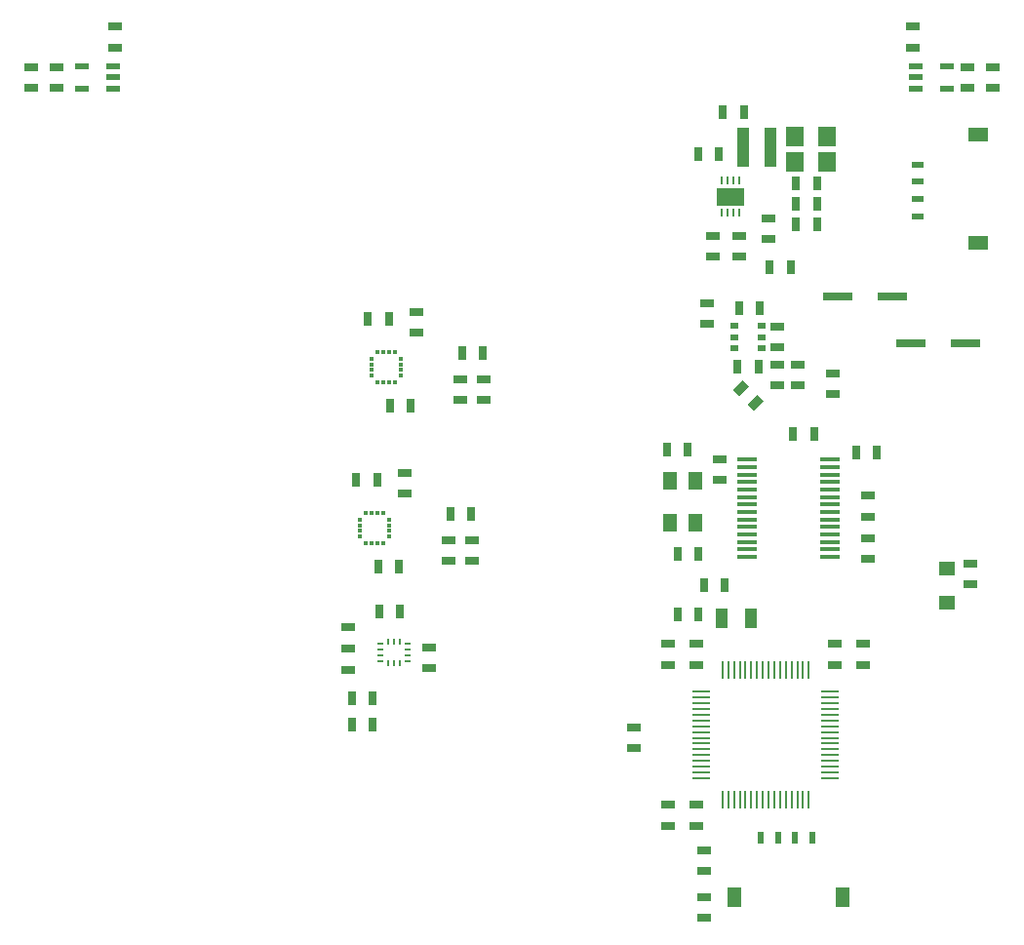
<source format=gtp>
G75*
%MOIN*%
%OFA0B0*%
%FSLAX25Y25*%
%IPPOS*%
%LPD*%
%AMOC8*
5,1,8,0,0,1.08239X$1,22.5*
%
%ADD10R,0.06102X0.00984*%
%ADD11R,0.00984X0.06102*%
%ADD12R,0.06890X0.01575*%
%ADD13R,0.03937X0.07087*%
%ADD14R,0.04724X0.03150*%
%ADD15R,0.03150X0.04724*%
%ADD16R,0.04921X0.06299*%
%ADD17R,0.00984X0.03937*%
%ADD18R,0.03937X0.00984*%
%ADD19R,0.04724X0.02362*%
%ADD20R,0.02362X0.03937*%
%ADD21R,0.04921X0.07087*%
%ADD22R,0.03937X0.02362*%
%ADD23R,0.07087X0.04921*%
%ADD24R,0.09370X0.06496*%
%ADD25R,0.00984X0.02756*%
%ADD26R,0.03858X0.13386*%
%ADD27R,0.06299X0.07087*%
%ADD28R,0.02756X0.02000*%
%ADD29R,0.10236X0.03150*%
%ADD30R,0.05512X0.04724*%
%ADD31R,0.00984X0.01870*%
%ADD32R,0.01870X0.00984*%
%ADD33R,0.05118X0.02756*%
%ADD34R,0.01770X0.01180*%
%ADD35R,0.01180X0.01770*%
D10*
X0336856Y0157140D03*
X0336856Y0159108D03*
X0336856Y0161077D03*
X0336856Y0163045D03*
X0336856Y0165014D03*
X0336856Y0166982D03*
X0336856Y0168951D03*
X0336856Y0170919D03*
X0336856Y0172888D03*
X0336856Y0174856D03*
X0336856Y0176825D03*
X0336856Y0178793D03*
X0336856Y0180762D03*
X0336856Y0182730D03*
X0336856Y0184699D03*
X0336856Y0186667D03*
X0380951Y0186667D03*
X0380951Y0184699D03*
X0380951Y0182730D03*
X0380951Y0180762D03*
X0380951Y0178793D03*
X0380951Y0176825D03*
X0380951Y0174856D03*
X0380951Y0172888D03*
X0380951Y0170919D03*
X0380951Y0168951D03*
X0380951Y0166982D03*
X0380951Y0165014D03*
X0380951Y0163045D03*
X0380951Y0161077D03*
X0380951Y0159108D03*
X0380951Y0157140D03*
D11*
X0373667Y0149856D03*
X0371699Y0149856D03*
X0369730Y0149856D03*
X0367762Y0149856D03*
X0365793Y0149856D03*
X0363825Y0149856D03*
X0361856Y0149856D03*
X0359888Y0149856D03*
X0357919Y0149856D03*
X0355951Y0149856D03*
X0353982Y0149856D03*
X0352014Y0149856D03*
X0350045Y0149856D03*
X0348077Y0149856D03*
X0346108Y0149856D03*
X0344140Y0149856D03*
X0344140Y0193951D03*
X0346108Y0193951D03*
X0348077Y0193951D03*
X0350045Y0193951D03*
X0352014Y0193951D03*
X0353982Y0193951D03*
X0355951Y0193951D03*
X0357919Y0193951D03*
X0359888Y0193951D03*
X0361856Y0193951D03*
X0363825Y0193951D03*
X0365793Y0193951D03*
X0367762Y0193951D03*
X0369730Y0193951D03*
X0371699Y0193951D03*
X0373667Y0193951D03*
D12*
X0380951Y0232770D03*
X0380951Y0235329D03*
X0380951Y0237888D03*
X0380951Y0240447D03*
X0380951Y0243006D03*
X0380951Y0245565D03*
X0380951Y0248124D03*
X0380951Y0250683D03*
X0380951Y0253242D03*
X0380951Y0255801D03*
X0380951Y0258360D03*
X0380951Y0260919D03*
X0380951Y0263478D03*
X0380951Y0266037D03*
X0352604Y0266037D03*
X0352604Y0263478D03*
X0352604Y0260919D03*
X0352604Y0258360D03*
X0352604Y0255801D03*
X0352604Y0253242D03*
X0352604Y0250683D03*
X0352604Y0248124D03*
X0352604Y0245565D03*
X0352604Y0243006D03*
X0352604Y0240447D03*
X0352604Y0237888D03*
X0352604Y0235329D03*
X0352604Y0232770D03*
D13*
X0353825Y0211904D03*
X0343982Y0211904D03*
D14*
X0335281Y0202927D03*
X0335281Y0195841D03*
X0325439Y0195841D03*
X0325439Y0202927D03*
X0313904Y0174447D03*
X0313904Y0167360D03*
X0325439Y0147967D03*
X0325439Y0140880D03*
X0335281Y0140880D03*
X0337904Y0132447D03*
X0337904Y0125360D03*
X0337904Y0116447D03*
X0337904Y0109360D03*
X0335281Y0147967D03*
X0382526Y0195841D03*
X0392368Y0195841D03*
X0392368Y0202927D03*
X0382526Y0202927D03*
X0393844Y0231923D03*
X0393844Y0239010D03*
X0393844Y0246530D03*
X0393844Y0253616D03*
X0381904Y0288360D03*
X0381904Y0295447D03*
X0369904Y0298447D03*
X0362904Y0298447D03*
X0362904Y0304360D03*
X0362904Y0311447D03*
X0362904Y0291360D03*
X0369904Y0291360D03*
X0343254Y0266018D03*
X0343254Y0258931D03*
X0338904Y0312360D03*
X0338904Y0319447D03*
X0340904Y0335360D03*
X0340904Y0342447D03*
X0349904Y0342447D03*
X0349904Y0335360D03*
X0359904Y0341360D03*
X0359904Y0348447D03*
X0409154Y0406860D03*
X0409154Y0413947D03*
X0427904Y0400197D03*
X0427904Y0393110D03*
X0436654Y0393110D03*
X0436654Y0400197D03*
X0428904Y0230447D03*
X0428904Y0223360D03*
X0262644Y0286455D03*
X0262644Y0293541D03*
X0254691Y0293541D03*
X0254691Y0286455D03*
X0239573Y0309447D03*
X0239573Y0316533D03*
X0235573Y0261533D03*
X0235573Y0254447D03*
X0250691Y0238541D03*
X0250691Y0231455D03*
X0258644Y0231455D03*
X0258644Y0238541D03*
X0243732Y0201758D03*
X0243732Y0194671D03*
X0116654Y0393110D03*
X0116654Y0400197D03*
X0107904Y0400197D03*
X0107904Y0393110D03*
X0136654Y0406860D03*
X0136654Y0413947D03*
D15*
X0217610Y0175528D03*
X0217610Y0184278D03*
X0224697Y0184278D03*
X0224697Y0175528D03*
X0226720Y0214142D03*
X0233807Y0214142D03*
X0233486Y0229289D03*
X0226400Y0229289D03*
X0226085Y0259053D03*
X0218998Y0259053D03*
X0230400Y0284289D03*
X0237486Y0284289D03*
X0255085Y0302360D03*
X0262171Y0302360D03*
X0230085Y0314053D03*
X0222998Y0314053D03*
X0251085Y0247360D03*
X0258171Y0247360D03*
X0325262Y0269344D03*
X0332348Y0269344D03*
G36*
X0349842Y0287626D02*
X0347615Y0289853D01*
X0350954Y0293192D01*
X0353181Y0290965D01*
X0349842Y0287626D01*
G37*
G36*
X0354853Y0282615D02*
X0352626Y0284842D01*
X0355965Y0288181D01*
X0358192Y0285954D01*
X0354853Y0282615D01*
G37*
X0368360Y0274904D03*
X0375447Y0274904D03*
X0389730Y0268360D03*
X0396817Y0268360D03*
X0356447Y0297904D03*
X0349360Y0297904D03*
X0349860Y0317904D03*
X0356947Y0317904D03*
X0360360Y0331904D03*
X0367447Y0331904D03*
X0369360Y0346404D03*
X0369360Y0353404D03*
X0376447Y0353404D03*
X0376447Y0346404D03*
X0376447Y0360404D03*
X0369360Y0360404D03*
X0351447Y0384904D03*
X0344360Y0384904D03*
X0342947Y0370404D03*
X0335860Y0370404D03*
X0335951Y0233911D03*
X0328864Y0233911D03*
X0337722Y0223085D03*
X0335951Y0213242D03*
X0328864Y0213242D03*
X0344809Y0223085D03*
D16*
X0334770Y0244266D03*
X0326108Y0244266D03*
X0326108Y0258833D03*
X0334770Y0258833D03*
D17*
X0389022Y0268360D03*
D18*
X0393844Y0246215D03*
X0392373Y0195070D03*
X0325508Y0195148D03*
X0325308Y0148430D03*
X0343254Y0258616D03*
D19*
X0410089Y0392913D03*
X0410089Y0396654D03*
X0410089Y0400394D03*
X0420719Y0400394D03*
X0420719Y0392913D03*
X0135719Y0392913D03*
X0135719Y0396654D03*
X0135719Y0400394D03*
X0125089Y0400394D03*
X0125089Y0392913D03*
D20*
X0357187Y0136904D03*
X0363093Y0136904D03*
X0368998Y0136904D03*
X0374904Y0136904D03*
D21*
X0385159Y0116431D03*
X0348112Y0116431D03*
D22*
X0410904Y0349187D03*
X0410904Y0355093D03*
X0410904Y0360998D03*
X0410904Y0366904D03*
D23*
X0431376Y0377159D03*
X0431376Y0340112D03*
D24*
X0346904Y0355904D03*
D25*
X0347888Y0361415D03*
X0349856Y0361415D03*
X0345919Y0361415D03*
X0343951Y0361415D03*
X0343951Y0350392D03*
X0345919Y0350392D03*
X0347888Y0350392D03*
X0349856Y0350392D03*
D26*
X0351238Y0372904D03*
X0360569Y0372904D03*
D27*
X0368892Y0376404D03*
X0368892Y0367904D03*
X0379915Y0367904D03*
X0379915Y0376404D03*
D28*
X0357478Y0311841D03*
X0357478Y0307904D03*
X0357478Y0303967D03*
X0348329Y0303967D03*
X0348329Y0307904D03*
X0348329Y0311841D03*
D29*
X0383455Y0321904D03*
X0402352Y0321904D03*
X0408455Y0305904D03*
X0427352Y0305904D03*
D30*
X0420904Y0228809D03*
X0420904Y0216998D03*
D31*
X0233841Y0203717D03*
X0231872Y0203717D03*
X0229904Y0203717D03*
X0229904Y0196531D03*
X0231872Y0196531D03*
X0233841Y0196531D03*
D32*
X0236449Y0197171D03*
X0236449Y0199140D03*
X0236449Y0201108D03*
X0236449Y0203077D03*
X0227295Y0203077D03*
X0227295Y0201108D03*
X0227295Y0199140D03*
X0227295Y0197171D03*
D33*
X0216154Y0193923D03*
X0216154Y0201404D03*
X0216154Y0208884D03*
D34*
X0220278Y0239644D03*
X0220278Y0241612D03*
X0220278Y0243581D03*
X0220278Y0245549D03*
X0230317Y0245549D03*
X0230317Y0243581D03*
X0230317Y0241612D03*
X0230317Y0239644D03*
X0234317Y0294644D03*
X0234317Y0296612D03*
X0234317Y0298581D03*
X0234317Y0300549D03*
X0224278Y0300549D03*
X0224278Y0298581D03*
X0224278Y0296612D03*
X0224278Y0294644D03*
D35*
X0226344Y0292577D03*
X0228313Y0292577D03*
X0230281Y0292577D03*
X0232250Y0292577D03*
X0232250Y0302616D03*
X0230281Y0302616D03*
X0228313Y0302616D03*
X0226344Y0302616D03*
X0226281Y0247616D03*
X0224313Y0247616D03*
X0222344Y0247616D03*
X0228250Y0247616D03*
X0228250Y0237577D03*
X0226281Y0237577D03*
X0224313Y0237577D03*
X0222344Y0237577D03*
M02*

</source>
